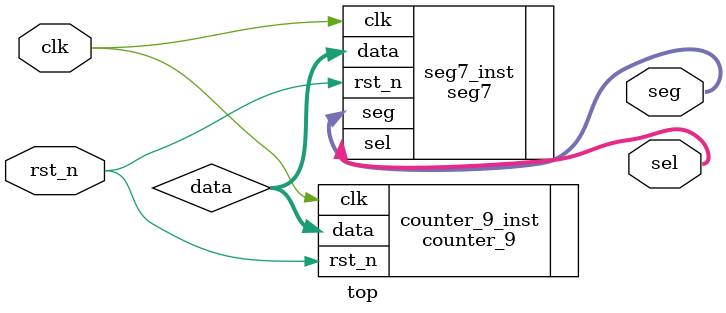
<source format=v>
module top (clk, rst_n, sel, seg);

	input clk, rst_n;
	
	output [2:0] sel;
	output [7:0] seg;
	
	wire [23:0] data;

//	wire [7:0] d12, d34, d56;

//  clock_controller  #(.T10ms(25_000))
//		clock_controller_inst (.clk(clk), .rst_n(rst_n), .data(data));
//
//	b2bcd_99 b2bcd_99_inst1 (.din(data[23:16]), .dout(d12)); 
//	b2bcd_99 b2bcd_99_inst2 (.din(data[15:8]), .dout(d34)); 
//	b2bcd_99 b2bcd_99_inst3 (.din(data[7:0]), .dout(d56)); 
//	
//	wire [23:0] data_BCD;
//	
//	counter_999999 #(.T10ms(25000)) 
//		counter_999999_inst (.clk(clk), .rst_n(rst_n), .data(data));
////	
//	b2bcd_999999 b2bcd_999999_inst (.din(data), .dout(data_BCD));
//////	
//	seg7 seg7_inst (.clk(clk), .rst_n(rst_n), .data(data_BCD), .sel(sel), .seg(seg));

//	counter_99 #(.T10ms(25000))
//			counter_99 (.clk(clk), .rst_n(rst_n), .data(data));
//			
//	seg7 seg7_inst (.clk(clk), .rst_n(rst_n), .data({d12, d34, d56}), .sel(sel), .seg(seg));
//	
	

	counter_9 #(.T10ms(25000)) 
		counter_9_inst (.clk(clk), .rst_n(rst_n), .data(data));
//	
	seg7 seg7_inst (.clk(clk), .rst_n(rst_n), .data(data), .sel(sel), .seg(seg));
	

endmodule

</source>
